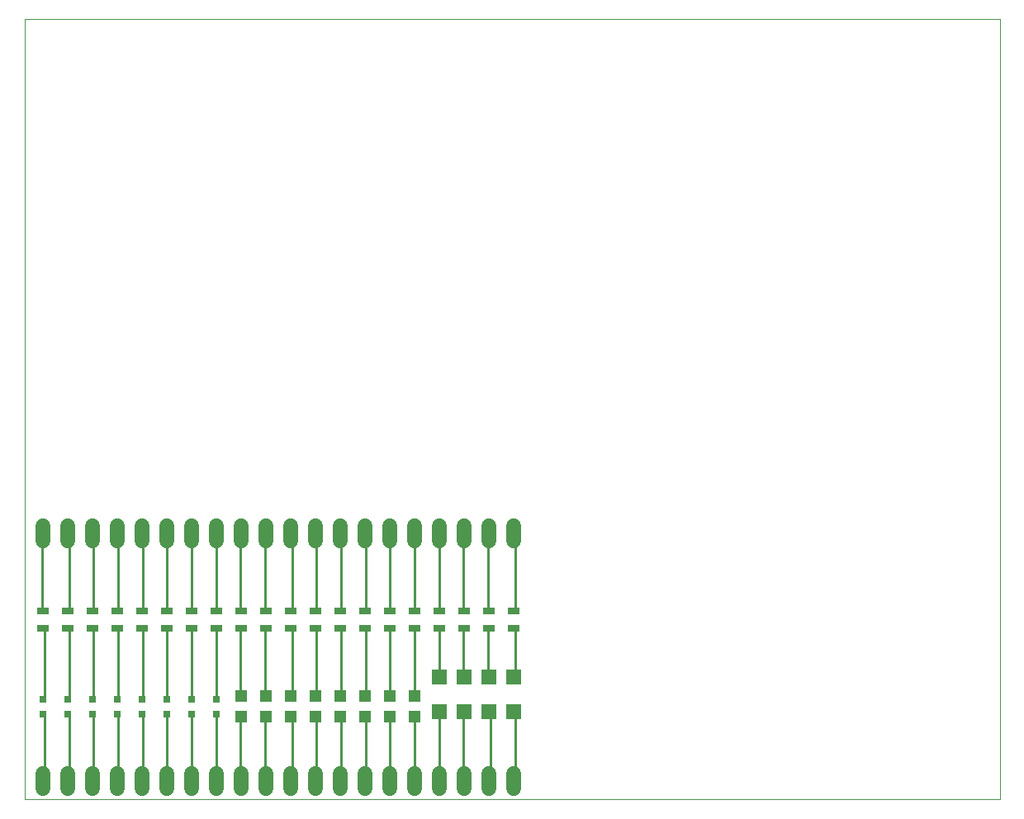
<source format=gtl>
G75*
%MOIN*%
%OFA0B0*%
%FSLAX25Y25*%
%IPPOS*%
%LPD*%
%AMOC8*
5,1,8,0,0,1.08239X$1,22.5*
%
%ADD10C,0.00000*%
%ADD11C,0.06000*%
%ADD12R,0.05906X0.05906*%
%ADD13R,0.03150X0.03150*%
%ADD14R,0.04724X0.04724*%
%ADD15R,0.04724X0.03150*%
%ADD16C,0.01000*%
D10*
X0004104Y0001800D02*
X0004104Y0316761D01*
X0397804Y0316761D01*
X0397804Y0001800D01*
X0004104Y0001800D01*
D11*
X0011604Y0006300D02*
X0011604Y0012300D01*
X0021604Y0012300D02*
X0021604Y0006300D01*
X0031604Y0006300D02*
X0031604Y0012300D01*
X0041604Y0012300D02*
X0041604Y0006300D01*
X0051604Y0006300D02*
X0051604Y0012300D01*
X0061604Y0012300D02*
X0061604Y0006300D01*
X0071604Y0006300D02*
X0071604Y0012300D01*
X0081604Y0012300D02*
X0081604Y0006300D01*
X0091604Y0006300D02*
X0091604Y0012300D01*
X0101604Y0012300D02*
X0101604Y0006300D01*
X0111604Y0006300D02*
X0111604Y0012300D01*
X0121604Y0012300D02*
X0121604Y0006300D01*
X0131604Y0006300D02*
X0131604Y0012300D01*
X0141604Y0012300D02*
X0141604Y0006300D01*
X0151604Y0006300D02*
X0151604Y0012300D01*
X0161604Y0012300D02*
X0161604Y0006300D01*
X0171604Y0006300D02*
X0171604Y0012300D01*
X0181604Y0012300D02*
X0181604Y0006300D01*
X0191604Y0006300D02*
X0191604Y0012300D01*
X0201604Y0012300D02*
X0201604Y0006300D01*
X0201604Y0106300D02*
X0201604Y0112300D01*
X0191604Y0112300D02*
X0191604Y0106300D01*
X0181604Y0106300D02*
X0181604Y0112300D01*
X0171604Y0112300D02*
X0171604Y0106300D01*
X0161604Y0106300D02*
X0161604Y0112300D01*
X0151604Y0112300D02*
X0151604Y0106300D01*
X0141604Y0106300D02*
X0141604Y0112300D01*
X0131604Y0112300D02*
X0131604Y0106300D01*
X0121604Y0106300D02*
X0121604Y0112300D01*
X0111604Y0112300D02*
X0111604Y0106300D01*
X0101604Y0106300D02*
X0101604Y0112300D01*
X0091604Y0112300D02*
X0091604Y0106300D01*
X0081604Y0106300D02*
X0081604Y0112300D01*
X0071604Y0112300D02*
X0071604Y0106300D01*
X0061604Y0106300D02*
X0061604Y0112300D01*
X0051604Y0112300D02*
X0051604Y0106300D01*
X0041604Y0106300D02*
X0041604Y0112300D01*
X0031604Y0112300D02*
X0031604Y0106300D01*
X0021604Y0106300D02*
X0021604Y0112300D01*
X0011604Y0112300D02*
X0011604Y0106300D01*
D12*
X0171604Y0051190D03*
X0181604Y0051190D03*
X0191604Y0051190D03*
X0201604Y0051190D03*
X0201604Y0037410D03*
X0191604Y0037410D03*
X0181604Y0037410D03*
X0171604Y0037410D03*
D13*
X0081604Y0036347D03*
X0081604Y0042253D03*
X0071604Y0042253D03*
X0071604Y0036347D03*
X0061604Y0036347D03*
X0061604Y0042253D03*
X0051604Y0042253D03*
X0051604Y0036347D03*
X0041604Y0036347D03*
X0041604Y0042253D03*
X0031604Y0042253D03*
X0031604Y0036347D03*
X0021604Y0036347D03*
X0021604Y0042253D03*
X0011604Y0042253D03*
X0011604Y0036347D03*
D14*
X0091604Y0035166D03*
X0091604Y0043434D03*
X0101604Y0043434D03*
X0101604Y0035166D03*
X0111604Y0035166D03*
X0111604Y0043434D03*
X0121604Y0043434D03*
X0121604Y0035166D03*
X0131604Y0035166D03*
X0131604Y0043434D03*
X0141604Y0043434D03*
X0141604Y0035166D03*
X0151604Y0035166D03*
X0151604Y0043434D03*
X0161604Y0043434D03*
X0161604Y0035166D03*
D15*
X0161604Y0070757D03*
X0161604Y0077843D03*
X0151604Y0077843D03*
X0151604Y0070757D03*
X0141604Y0070757D03*
X0141604Y0077843D03*
X0131604Y0077843D03*
X0131604Y0070757D03*
X0121604Y0070757D03*
X0121604Y0077843D03*
X0111604Y0077843D03*
X0111604Y0070757D03*
X0101604Y0070757D03*
X0101604Y0077843D03*
X0091604Y0077843D03*
X0091604Y0070757D03*
X0081604Y0070757D03*
X0081604Y0077843D03*
X0071604Y0077843D03*
X0071604Y0070757D03*
X0061604Y0070757D03*
X0061604Y0077843D03*
X0051604Y0077843D03*
X0051604Y0070757D03*
X0041604Y0070757D03*
X0041604Y0077843D03*
X0031604Y0077843D03*
X0031604Y0070757D03*
X0021604Y0070757D03*
X0021604Y0077843D03*
X0011604Y0077843D03*
X0011604Y0070757D03*
X0171604Y0070757D03*
X0171604Y0077843D03*
X0181604Y0077843D03*
X0181604Y0070757D03*
X0191604Y0070757D03*
X0191604Y0077843D03*
X0201604Y0077843D03*
X0201604Y0070757D03*
D16*
X0202104Y0070200D01*
X0202104Y0051300D01*
X0201604Y0051190D01*
X0191604Y0051190D02*
X0191304Y0051300D01*
X0191304Y0070200D01*
X0191604Y0070757D01*
X0191604Y0077843D02*
X0191304Y0078300D01*
X0191304Y0108900D01*
X0191604Y0109300D01*
X0201604Y0109300D02*
X0202104Y0108900D01*
X0202104Y0078300D01*
X0201604Y0077843D01*
X0181604Y0077843D02*
X0181404Y0078300D01*
X0181404Y0108900D01*
X0181604Y0109300D01*
X0171604Y0109300D02*
X0171504Y0108900D01*
X0171504Y0078300D01*
X0171604Y0077843D01*
X0171604Y0070757D02*
X0171504Y0070200D01*
X0171504Y0051300D01*
X0171604Y0051190D01*
X0181404Y0051300D02*
X0181604Y0051190D01*
X0181404Y0051300D02*
X0181404Y0070200D01*
X0181604Y0070757D01*
X0161604Y0070757D02*
X0161604Y0043434D01*
X0161604Y0035166D02*
X0161604Y0009300D01*
X0151704Y0009900D02*
X0151604Y0009300D01*
X0151704Y0009900D02*
X0151704Y0035100D01*
X0151604Y0035166D01*
X0151604Y0043434D02*
X0151704Y0044100D01*
X0151704Y0070200D01*
X0151604Y0070757D01*
X0151604Y0077843D02*
X0151704Y0078300D01*
X0151704Y0108900D01*
X0151604Y0109300D01*
X0161604Y0109300D02*
X0161604Y0077843D01*
X0141804Y0078300D02*
X0141604Y0077843D01*
X0141804Y0078300D02*
X0141804Y0108900D01*
X0141604Y0109300D01*
X0131904Y0108900D02*
X0131604Y0109300D01*
X0131904Y0108900D02*
X0131904Y0078300D01*
X0131604Y0077843D01*
X0131604Y0070757D02*
X0131904Y0070200D01*
X0131904Y0044100D01*
X0131604Y0043434D01*
X0131604Y0035166D02*
X0131904Y0035100D01*
X0131904Y0009900D01*
X0131604Y0009300D01*
X0122004Y0009900D02*
X0121604Y0009300D01*
X0122004Y0009900D02*
X0122004Y0035100D01*
X0121604Y0035166D01*
X0121604Y0043434D02*
X0122004Y0044100D01*
X0122004Y0070200D01*
X0121604Y0070757D01*
X0121604Y0077843D02*
X0122004Y0078300D01*
X0122004Y0108900D01*
X0121604Y0109300D01*
X0112104Y0108900D02*
X0111604Y0109300D01*
X0112104Y0108900D02*
X0112104Y0078300D01*
X0111604Y0077843D01*
X0111604Y0070757D02*
X0112104Y0070200D01*
X0112104Y0044100D01*
X0111604Y0043434D01*
X0111604Y0035166D02*
X0112104Y0035100D01*
X0112104Y0009900D01*
X0111604Y0009300D01*
X0101604Y0009300D02*
X0101304Y0009900D01*
X0101304Y0035100D01*
X0101604Y0035166D01*
X0101604Y0043434D02*
X0101304Y0044100D01*
X0101304Y0070200D01*
X0101604Y0070757D01*
X0101604Y0077843D02*
X0101304Y0078300D01*
X0101304Y0108900D01*
X0101604Y0109300D01*
X0091604Y0109300D02*
X0091404Y0108900D01*
X0091404Y0078300D01*
X0091604Y0077843D01*
X0091604Y0070757D02*
X0091404Y0070200D01*
X0091404Y0044100D01*
X0091604Y0043434D01*
X0091604Y0035166D02*
X0091404Y0035100D01*
X0091404Y0009900D01*
X0091604Y0009300D01*
X0081604Y0009300D02*
X0081504Y0009900D01*
X0081504Y0036000D01*
X0081604Y0036347D01*
X0081604Y0042253D02*
X0081504Y0042300D01*
X0081504Y0070200D01*
X0081604Y0070757D01*
X0081604Y0077843D02*
X0081504Y0078300D01*
X0081504Y0108900D01*
X0081604Y0109300D01*
X0071604Y0109300D02*
X0071604Y0077843D01*
X0071604Y0070757D02*
X0071604Y0042253D01*
X0071604Y0036347D02*
X0071604Y0009300D01*
X0061704Y0009900D02*
X0061604Y0009300D01*
X0061704Y0009900D02*
X0061704Y0036000D01*
X0061604Y0036347D01*
X0061604Y0042253D02*
X0061704Y0042300D01*
X0061704Y0070200D01*
X0061604Y0070757D01*
X0061604Y0077843D02*
X0061704Y0078300D01*
X0061704Y0108900D01*
X0061604Y0109300D01*
X0051804Y0108900D02*
X0051604Y0109300D01*
X0051804Y0108900D02*
X0051804Y0078300D01*
X0051604Y0077843D01*
X0051604Y0070757D02*
X0051804Y0070200D01*
X0051804Y0042300D01*
X0051604Y0042253D01*
X0051604Y0036347D02*
X0051804Y0036000D01*
X0051804Y0009900D01*
X0051604Y0009300D01*
X0041904Y0009900D02*
X0041604Y0009300D01*
X0041904Y0009900D02*
X0041904Y0036000D01*
X0041604Y0036347D01*
X0041604Y0042253D02*
X0041904Y0042300D01*
X0041904Y0070200D01*
X0041604Y0070757D01*
X0041604Y0077843D02*
X0041904Y0078300D01*
X0041904Y0108900D01*
X0041604Y0109300D01*
X0032004Y0108900D02*
X0031604Y0109300D01*
X0032004Y0108900D02*
X0032004Y0078300D01*
X0031604Y0077843D01*
X0031604Y0070757D02*
X0032004Y0070200D01*
X0032004Y0042300D01*
X0031604Y0042253D01*
X0031604Y0036347D02*
X0032004Y0036000D01*
X0032004Y0009900D01*
X0031604Y0009300D01*
X0022104Y0009900D02*
X0021604Y0009300D01*
X0022104Y0009900D02*
X0022104Y0036000D01*
X0021604Y0036347D01*
X0021604Y0042253D02*
X0022104Y0042300D01*
X0022104Y0070200D01*
X0021604Y0070757D01*
X0021604Y0077843D02*
X0022104Y0078300D01*
X0022104Y0108900D01*
X0021604Y0109300D01*
X0011604Y0109300D02*
X0011304Y0108900D01*
X0011304Y0078300D01*
X0011604Y0077843D01*
X0011604Y0070757D02*
X0012204Y0070200D01*
X0012204Y0042300D01*
X0011604Y0042253D01*
X0011604Y0036347D02*
X0012204Y0036000D01*
X0012204Y0009900D01*
X0011604Y0009300D01*
X0141604Y0009300D02*
X0141804Y0009900D01*
X0141804Y0035100D01*
X0141604Y0035166D01*
X0141604Y0043434D02*
X0141804Y0044100D01*
X0141804Y0070200D01*
X0141604Y0070757D01*
X0171604Y0037410D02*
X0171504Y0036900D01*
X0171504Y0009900D01*
X0171604Y0009300D01*
X0181404Y0009900D02*
X0181604Y0009300D01*
X0181404Y0009900D02*
X0181404Y0036900D01*
X0181604Y0037410D01*
X0191604Y0037410D02*
X0192204Y0036900D01*
X0192204Y0009900D01*
X0191604Y0009300D01*
X0201604Y0009300D02*
X0202104Y0009900D01*
X0202104Y0036900D01*
X0201604Y0037410D01*
M02*

</source>
